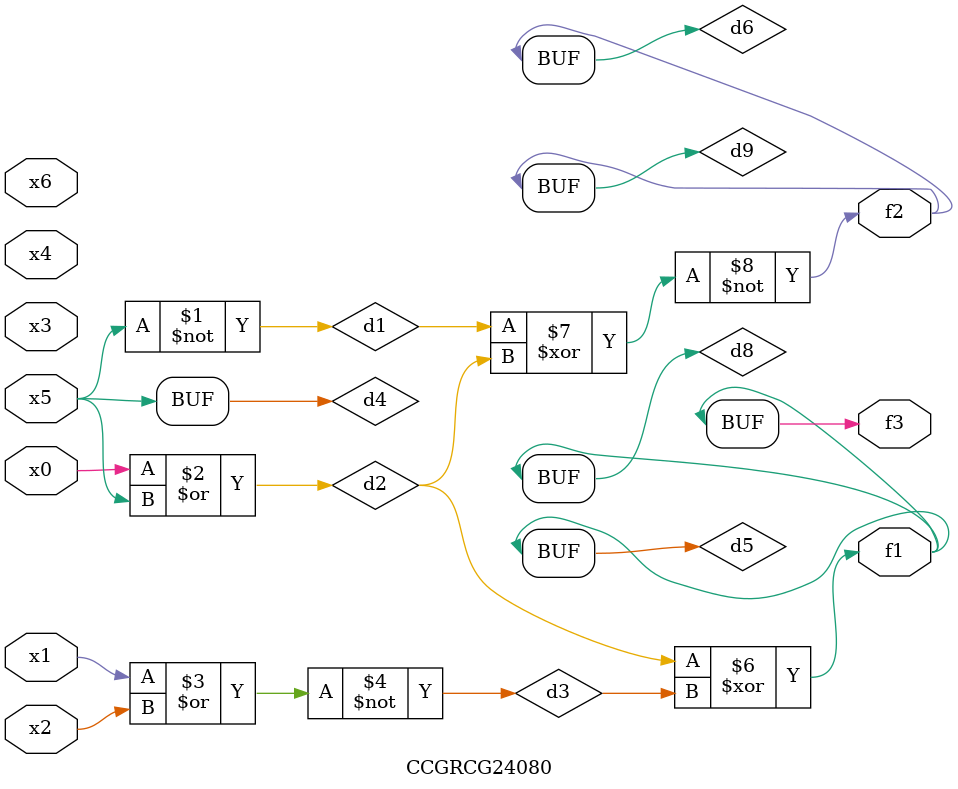
<source format=v>
module CCGRCG24080(
	input x0, x1, x2, x3, x4, x5, x6,
	output f1, f2, f3
);

	wire d1, d2, d3, d4, d5, d6, d7, d8, d9;

	nand (d1, x5);
	or (d2, x0, x5);
	nor (d3, x1, x2);
	xnor (d4, d1);
	xor (d5, d2, d3);
	xnor (d6, d1, d2);
	not (d7, x4);
	buf (d8, d5);
	xor (d9, d6);
	assign f1 = d8;
	assign f2 = d9;
	assign f3 = d8;
endmodule

</source>
